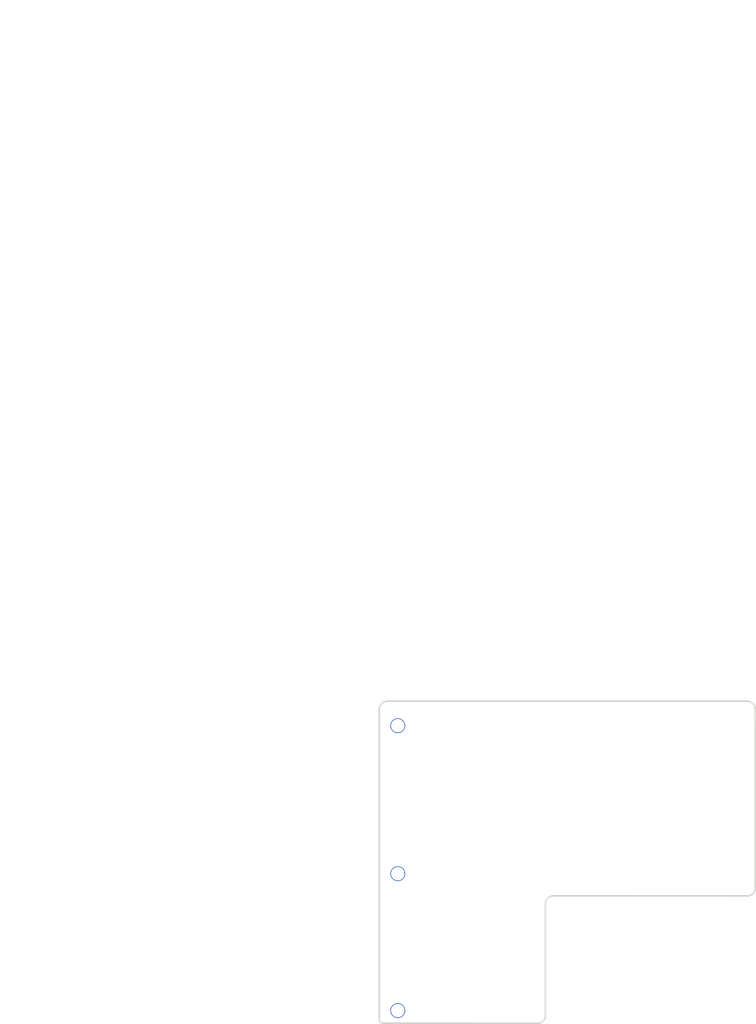
<source format=kicad_pcb>
(kicad_pcb (version 20240108) (generator "pcbnew") (generator_version "8.0")
  (title_block (title "SU120 Yakitori Keyboard") (rev "8") (company "@e3w2q"))
  (layers (0 "F.Cu" signal) (31 "B.Cu" signal) (34 "B.Paste" user) (35 "F.Paste" user) (36 "B.SilkS" user "B.Silkscreen") (37 "F.SilkS" user "F.Silkscreen") (38 "B.Mask" user) (39 "F.Mask" user) (44 "Edge.Cuts" user))
  (net 0 "")
  (footprint "#footprint:M1.4_tapping_Hole_rev2" (layer "F.Cu") (at 46.7 67.74375)
    (property "Reference" "" (hide yes))
    (property "Value" "" (hide yes))
    (pad "" thru_hole circle (at 0 0) (size 1.43 1.43) (drill 1.28) (layers "*.Cu" "*.Mask"))
  )
  (footprint "#footprint:M1.4_tapping_Hole_rev2" (layer "F.Cu") (at 46.7 53.45625)
    (property "Reference" "" (hide yes))
    (property "Value" "" (hide yes))
    (pad "" thru_hole circle (at 0 0) (size 1.43 1.43) (drill 1.28) (layers "*.Cu" "*.Mask"))
  )
  (footprint "#footprint:M1.4_tapping_Hole_rev2" (layer "F.Cu") (at 46.102501 80.95625)
    (property "Reference" "" (hide yes))
    (property "Value" "" (hide yes))
    (pad "" thru_hole circle (at 0.597499 0) (size 1.43 1.43) (drill 1.28) (layers "*.Cu" "*.Mask"))
  )
  (footprint "" (layer "F.Cu") (at 8.552501 -16.34375)
    (property "Reference" "" (hide yes))
    (property "Value" "" (hide yes))
  )
  (gr_arc (start 81.198686 69.20625) (mid 80.992496 69.660795) (end 80.546597 69.885069) (stroke (width 0.15)) (layer "Edge.Cuts"))
  (gr_arc (start 80.408751 51.0875) (mid 80.970017 51.319984) (end 81.202501 51.88125) (stroke (width 0.15)) (layer "Edge.Cuts"))
  (gr_arc (start 44.914563 51.906238) (mid 45.137888 51.328889) (end 45.70792 51.0875) (stroke (width 0.15)) (layer "Edge.Cuts"))
  (gr_line (start 81.198686 54.647028) (end 81.198686 61.790796) (stroke (width 0.15)) (layer "Edge.Cuts"))
  (gr_line (start 44.91417 57.623598) (end 44.91417 56.43297) (stroke (width 0.15)) (layer "Edge.Cuts"))
  (gr_arc (start 45.311046 82.178126) (mid 45.030412 82.061884) (end 44.91417 81.78125) (stroke (width 0.15)) (layer "Edge.Cuts"))
  (gr_line (start 61.752501 69.88125) (end 80.546597 69.885069) (stroke (width 0.15)) (layer "Edge.Cuts"))
  (gr_arc (start 60.952501 81.45625) (mid 60.758535 81.941169) (end 60.295276 82.182335) (stroke (width 0.15)) (layer "Edge.Cuts"))
  (gr_arc (start 60.951768 70.606231) (mid 61.196808 70.072184) (end 61.752501 69.88125) (stroke (width 0.15)) (layer "Edge.Cuts"))
  (gr_line (start 44.91417 70.80625) (end 44.91417 78.41873) (stroke (width 0.15)) (layer "Edge.Cuts"))
  (gr_line (start 81.202501 51.88125) (end 81.198686 54.647028) (stroke (width 0.15)) (layer "Edge.Cuts"))
  (gr_line (start 81.198686 66.751746) (end 81.198686 69.20625) (stroke (width 0.15)) (layer "Edge.Cuts"))
  (gr_line (start 45.70792 51.0875) (end 80.408751 51.0875) (stroke (width 0.15)) (layer "Edge.Cuts"))
  (gr_line (start 44.91417 70.80625) (end 44.91417 57.623598) (stroke (width 0.15)) (layer "Edge.Cuts"))
  (gr_line (start 60.952501 81.45625) (end 60.952501 70.60625) (stroke (width 0.15)) (layer "Edge.Cuts"))
  (gr_line (start 45.311046 82.178126) (end 60.295276 82.182335) (stroke (width 0.15)) (layer "Edge.Cuts"))
  (gr_line (start 81.198686 61.790796) (end 81.198686 66.751746) (stroke (width 0.15)) (layer "Edge.Cuts"))
  (gr_line (start 44.91417 81.78125) (end 44.91417 78.41873) (stroke (width 0.15)) (layer "Edge.Cuts"))
  (gr_line (start 44.91417 51.90625) (end 44.91417 56.43297) (stroke (width 0.15)) (layer "Edge.Cuts"))
)
</source>
